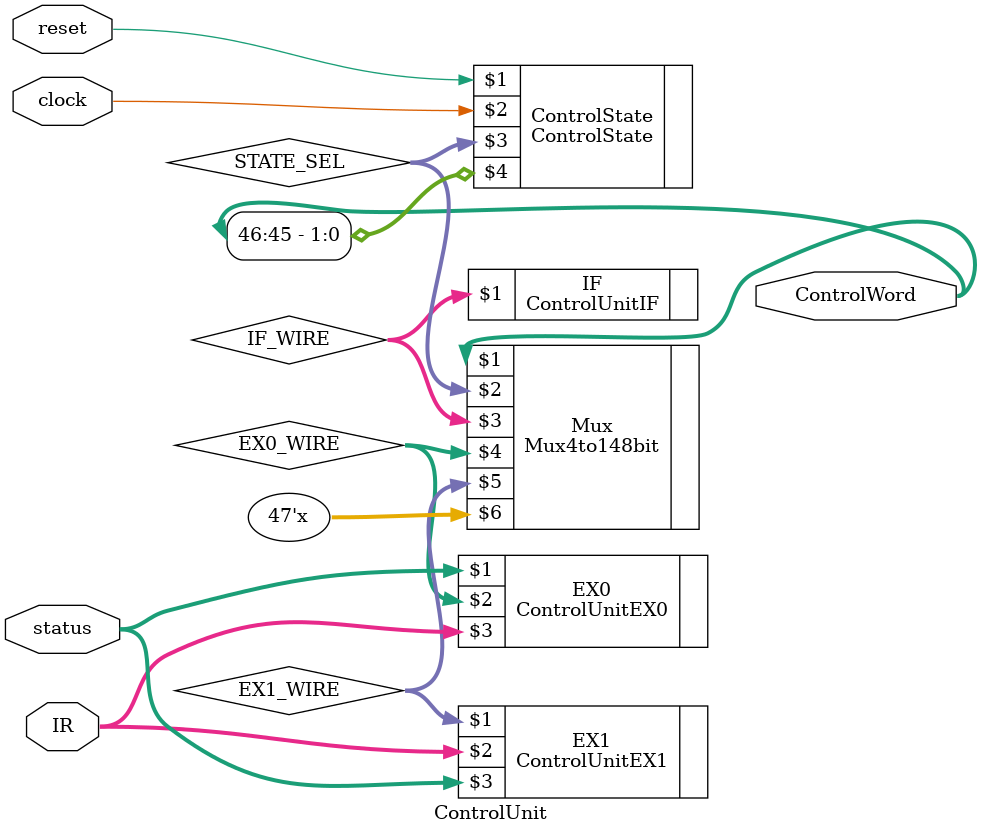
<source format=v>
module ControlUnit(reset,clock,status,IR,ControlWord);

input reset,clock;
input [3:0] status;
input [15:0] IR;
output[46:0] ControlWord;

wire [46:0] IF_WIRE,EX0_WIRE,EX1_WIRE;
wire [1:0] STATE_SEL;

ControlUnitIF IF(IF_WIRE);
ControlUnitEX0 EX0(status,EX0_WIRE,IR);
ControlUnitEX1 EX1(EX1_WIRE,IR,status);

Mux4to148bit Mux(ControlWord, STATE_SEL, IF_WIRE,EX0_WIRE, EX1_WIRE, 47'bz);

ControlState ControlState (reset,clock,STATE_SEL,ControlWord[46:45]);

endmodule


</source>
